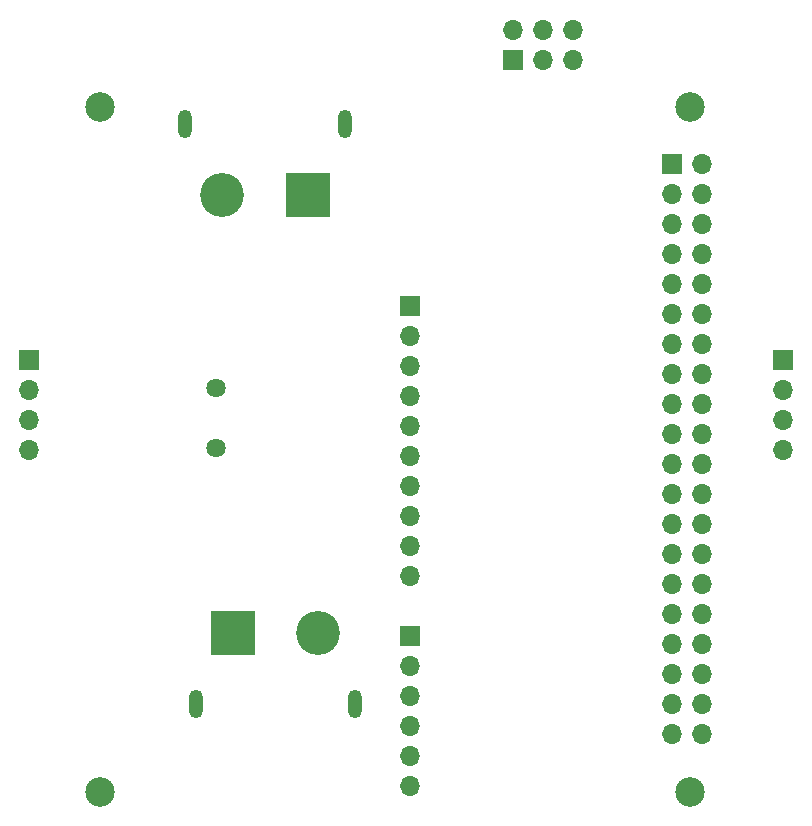
<source format=gbr>
%TF.GenerationSoftware,KiCad,Pcbnew,7.0.2-0*%
%TF.CreationDate,2024-02-16T15:53:17-05:00*%
%TF.ProjectId,Pi_HAT_V4,50695f48-4154-45f5-9634-2e6b69636164,rev?*%
%TF.SameCoordinates,Original*%
%TF.FileFunction,Soldermask,Top*%
%TF.FilePolarity,Negative*%
%FSLAX46Y46*%
G04 Gerber Fmt 4.6, Leading zero omitted, Abs format (unit mm)*
G04 Created by KiCad (PCBNEW 7.0.2-0) date 2024-02-16 15:53:17*
%MOMM*%
%LPD*%
G01*
G04 APERTURE LIST*
%ADD10R,1.700000X1.700000*%
%ADD11O,1.700000X1.700000*%
%ADD12C,2.500000*%
%ADD13R,3.716000X3.716000*%
%ADD14C,3.716000*%
%ADD15O,1.200000X2.400000*%
%ADD16C,1.635000*%
G04 APERTURE END LIST*
D10*
%TO.C,J3*%
X137475000Y-70525000D03*
D11*
X137475000Y-67985000D03*
X140015000Y-70525000D03*
X140015000Y-67985000D03*
X142555000Y-70525000D03*
X142555000Y-67985000D03*
%TD*%
D12*
%TO.C,H1*%
X152500000Y-74500000D03*
%TD*%
%TO.C,H2*%
X102500000Y-74500000D03*
%TD*%
%TO.C,H3*%
X102500000Y-132500000D03*
%TD*%
D10*
%TO.C,J1*%
X128815000Y-91354200D03*
D11*
X128815000Y-93894200D03*
X128815000Y-96434200D03*
X128815000Y-98974200D03*
X128815000Y-101514200D03*
X128815000Y-104054200D03*
X128815000Y-106594200D03*
X128815000Y-109134200D03*
X128815000Y-111674200D03*
X128815000Y-114214200D03*
%TD*%
D12*
%TO.C,H4*%
X152500000Y-132500000D03*
%TD*%
D10*
%TO.C,J2*%
X151000000Y-79400000D03*
D11*
X153540000Y-79400000D03*
X151000000Y-81940000D03*
X153540000Y-81940000D03*
X151000000Y-84480000D03*
X153540000Y-84480000D03*
X151000000Y-87020000D03*
X153540000Y-87020000D03*
X151000000Y-89560000D03*
X153540000Y-89560000D03*
X151000000Y-92100000D03*
X153540000Y-92100000D03*
X151000000Y-94640000D03*
X153540000Y-94640000D03*
X151000000Y-97180000D03*
X153540000Y-97180000D03*
X151000000Y-99720000D03*
X153540000Y-99720000D03*
X151000000Y-102260000D03*
X153540000Y-102260000D03*
X151000000Y-104800000D03*
X153540000Y-104800000D03*
X151000000Y-107340000D03*
X153540000Y-107340000D03*
X151000000Y-109880000D03*
X153540000Y-109880000D03*
X151000000Y-112420000D03*
X153540000Y-112420000D03*
X151000000Y-114960000D03*
X153540000Y-114960000D03*
X151000000Y-117500000D03*
X153540000Y-117500000D03*
X151000000Y-120040000D03*
X153540000Y-120040000D03*
X151000000Y-122580000D03*
X153540000Y-122580000D03*
X151000000Y-125120000D03*
X153540000Y-125120000D03*
X151000000Y-127660000D03*
X153540000Y-127660000D03*
%TD*%
D10*
%TO.C,J4*%
X96550000Y-96000000D03*
D11*
X96550000Y-98540000D03*
X96550000Y-101080000D03*
X96550000Y-103620000D03*
%TD*%
D13*
%TO.C,J5*%
X120100000Y-82000000D03*
D14*
X112900000Y-82000000D03*
D15*
X123250000Y-76000000D03*
X109750000Y-76000000D03*
%TD*%
D13*
%TO.C,J8*%
X113800000Y-119100000D03*
D14*
X121000000Y-119100000D03*
D15*
X110650000Y-125100000D03*
X124150000Y-125100000D03*
%TD*%
D10*
%TO.C,J6*%
X160350000Y-96000000D03*
D11*
X160350000Y-98540000D03*
X160350000Y-101080000D03*
X160350000Y-103620000D03*
%TD*%
D16*
%TO.C,S1*%
X112318800Y-103378000D03*
X112318800Y-98298000D03*
%TD*%
D10*
%TO.C,J7*%
X128800000Y-119300000D03*
D11*
X128800000Y-121840000D03*
X128800000Y-124380000D03*
X128800000Y-126920000D03*
X128800000Y-129460000D03*
X128800000Y-132000000D03*
%TD*%
M02*

</source>
